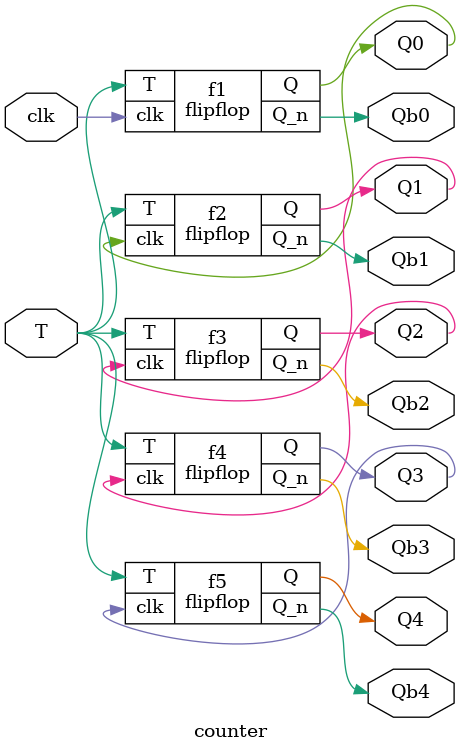
<source format=v>
`timescale 1ns / 1ps
 
// 
// Revision:
// Revision 0.01 - File Created
// Additional Comments:
// 
//////////////////////////////////////////////////////////////////////////////////
module flipflop(clk,T,Q,Q_n);
input clk,T;
output Q,Q_n;
reg Q,Q_n;
wire clk,T;
initial
begin
Q=1'b0;
Q_n=1'b1;
end
    always@(posedge(clk))
    begin
       if(T==0) begin Q=Q;Q_n=Q_n; end
   else if (T==1) begin Q=~Q; Q_n=~Q_n; end
      end
endmodule
         
module counter(T, clk, Q0,Q1,Q2,Q3,Q4,Qb0,Qb1,Qb2,Qb3,Qb4);
input T,clk;
output Q0,Q1,Q2,Q3,Q4;
output Qb0,Qb1,Qb2,Qb3,Qb4; 
     
    flipflop  f1(clk,T,Q0,Qb0);
     flipflop  f2(Q0,T,Q1,Qb1);
     flipflop  f3(Q1,T,Q2,Qb2);
     flipflop  f4(Q2,T,Q3,Qb3);
     flipflop  f5(Q3,T,Q4,Qb4);  
endmodule

                                                                   
</source>
